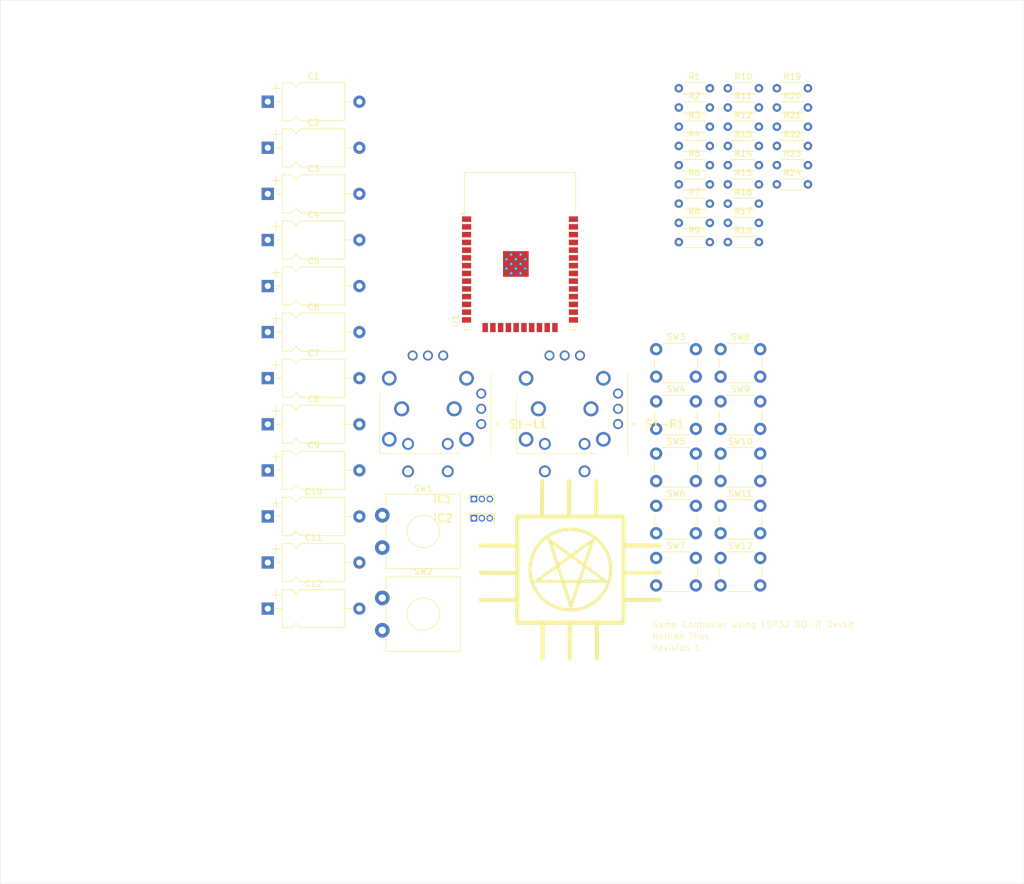
<source format=kicad_pcb>
(kicad_pcb (version 20240108) (generator "pcbnew") (generator_version "8.0")
  (layers (0 "F.Cu" signal) (31 "B.Cu" signal) (34 "B.Paste" user) (35 "F.Paste" user) (36 "B.SilkS" user "B.Silkscreen") (37 "F.SilkS" user "F.Silkscreen") (38 "B.Mask" user) (39 "F.Mask" user) (44 "Edge.Cuts" user))
  (net 0 "")
  (net 1 "GND")
  (net 2 "/BTN_RB")
  (net 3 "/BTN_LB")
  (net 4 "/BTN_DPAD_UP")
  (net 5 "/BTN_DPAD_DOWN")
  (net 6 "/BTN_DPAD_LEFT")
  (net 7 "/BTN_DPAD_RIGHT")
  (net 8 "/BTN_A")
  (net 9 "/BTN_B")
  (net 10 "/BTN_X")
  (net 11 "/BTN_Y")
  (net 12 "/S1_L1_SW")
  (net 13 "/IC_LT")
  (net 14 "+3.3V")
  (net 15 "/IC_RT")
  (net 16 "Net-(R1-Pad2)")
  (net 17 "+3V3")
  (net 18 "Net-(R3-Pad2)")
  (net 19 "Net-(R5-Pad2)")
  (net 20 "Net-(R7-Pad2)")
  (net 21 "Net-(R11-Pad1)")
  (net 22 "Net-(R10-Pad2)")
  (net 23 "Net-(R13-Pad2)")
  (net 24 "Net-(R15-Pad2)")
  (net 25 "Net-(R17-Pad2)")
  (net 26 "Net-(R19-Pad2)")
  (net 27 "Net-(R21-Pad2)")
  (net 28 "Net-(R23-Pad2)")
  (net 29 "/S1_L1_X")
  (net 31 "/S1_L1_Y")
  (net 33 "/S1_R1_X")
  (net 34 "/S1_R1_Y")
  (net 35 "/S1_R1_SW")
  (footprint "Capacitor_THT:CP_Axial_L10.0mm_D6.0mm_P15.00mm_Horizontal" (layer "F.Cu") (at 102.24 80.985)
    (property "Reference" "C7" (at 7.5 -4.12 0) (layer "F.SilkS"))
    (property "Value" "10nF")
    (pad "1" thru_hole rect (at 0 0) (size 2 2) (drill 1) (layers "*.Cu" "*.Mask") (net 8 "/BTN_A"))
    (pad "2" thru_hole oval (at 15 0) (size 2 2) (drill 1) (layers "*.Cu" "*.Mask") (net 1 "GND"))
  )
  (footprint "Capacitor_THT:CP_Axial_L10.0mm_D6.0mm_P15.00mm_Horizontal" (layer "F.Cu") (at 102.24 35.685)
    (property "Reference" "C1" (at 7.5 -4.12 0) (layer "F.SilkS"))
    (property "Value" "10nF")
    (pad "1" thru_hole rect (at 0 0) (size 2 2) (drill 1) (layers "*.Cu" "*.Mask") (net 2 "/BTN_RB"))
    (pad "2" thru_hole oval (at 15 0) (size 2 2) (drill 1) (layers "*.Cu" "*.Mask") (net 1 "GND"))
  )
  (footprint "Resistor_THT:R_Axial_DIN0204_L3.6mm_D1.6mm_P5.08mm_Horizontal" (layer "F.Cu") (at 185.6 36.635)
    (property "Reference" "R20" (at 2.54 -1.92 0) (layer "F.SilkS"))
    (property "Value" "1k")
    (pad "1" thru_hole circle (at 0 0) (size 1.4 1.4) (drill 0.7) (layers "*.Cu" "*.Mask") (net 26 "Net-(R19-Pad2)"))
    (pad "2" thru_hole oval (at 5.08 0) (size 1.4 1.4) (drill 0.7) (layers "*.Cu" "*.Mask") (net 11 "/BTN_Y"))
  )
  (footprint "Button_Switch_THT:SW_PUSH_6mm" (layer "F.Cu") (at 176.38 84.785)
    (property "Reference" "SW9" (at 3.25 -2 0) (layer "F.SilkS"))
    (property "Value" "SW_Push")
    (pad "1" thru_hole circle (at 0 0 90) (size 2 2) (drill 1.1) (layers "*.Cu" "*.Mask") (net 1 "GND"))
    (pad "1" thru_hole circle (at 6.5 0 90) (size 2 2) (drill 1.1) (layers "*.Cu" "*.Mask") (net 1 "GND"))
    (pad "2" thru_hole circle (at 0 4.5 90) (size 2 2) (drill 1.1) (layers "*.Cu" "*.Mask") (net 25 "Net-(R17-Pad2)"))
    (pad "2" thru_hole circle (at 6.5 4.5 90) (size 2 2) (drill 1.1) (layers "*.Cu" "*.Mask") (net 25 "Net-(R17-Pad2)"))
  )
  (footprint "Resistor_THT:R_Axial_DIN0204_L3.6mm_D1.6mm_P5.08mm_Horizontal" (layer "F.Cu") (at 177.57 49.235)
    (property "Reference" "R15" (at 2.54 -1.92 0) (layer "F.SilkS"))
    (property "Value" "1k")
    (pad "1" thru_hole circle (at 0 0) (size 1.4 1.4) (drill 0.7) (layers "*.Cu" "*.Mask") (net 17 "+3V3"))
    (pad "2" thru_hole oval (at 5.08 0) (size 1.4 1.4) (drill 0.7) (layers "*.Cu" "*.Mask") (net 24 "Net-(R15-Pad2)"))
  )
  (footprint "LOGO" (layer "F.Cu") (at 151.765 112.395)
    (property "Reference" "G***" (hide yes))
    (property "Value" "LOGO" (hide yes))
  )
  (footprint "Button_Switch_THT:SW_PUSH_6mm" (layer "F.Cu") (at 176.38 110.435)
    (property "Reference" "SW12" (at 3.25 -2 0) (layer "F.SilkS"))
    (property "Value" "SW_Push")
    (pad "1" thru_hole circle (at 0 0 90) (size 2 2) (drill 1.1) (layers "*.Cu" "*.Mask") (net 1 "GND"))
    (pad "1" thru_hole circle (at 6.5 0 90) (size 2 2) (drill 1.1) (layers "*.Cu" "*.Mask") (net 1 "GND"))
    (pad "2" thru_hole circle (at 0 4.5 90) (size 2 2) (drill 1.1) (layers "*.Cu" "*.Mask") (net 28 "Net-(R23-Pad2)"))
    (pad "2" thru_hole circle (at 6.5 4.5 90) (size 2 2) (drill 1.1) (layers "*.Cu" "*.Mask") (net 28 "Net-(R23-Pad2)"))
  )
  (footprint "Resistor_THT:R_Axial_DIN0204_L3.6mm_D1.6mm_P5.08mm_Horizontal" (layer "F.Cu") (at 169.54 49.235)
    (property "Reference" "R6" (at 2.54 -1.92 0) (layer "F.SilkS"))
    (property "Value" "1k")
    (pad "1" thru_hole circle (at 0 0) (size 1.4 1.4) (drill 0.7) (layers "*.Cu" "*.Mask") (net 19 "Net-(R5-Pad2)"))
    (pad "2" thru_hole oval (at 5.08 0) (size 1.4 1.4) (drill 0.7) (layers "*.Cu" "*.Mask") (net 4 "/BTN_DPAD_UP"))
  )
  (footprint "Capacitor_THT:CP_Axial_L10.0mm_D6.0mm_P15.00mm_Horizontal" (layer "F.Cu") (at 102.24 43.235)
    (property "Reference" "C2" (at 7.5 -4.12 0) (layer "F.SilkS"))
    (property "Value" "10nF")
    (pad "1" thru_hole rect (at 0 0) (size 2 2) (drill 1) (layers "*.Cu" "*.Mask") (net 3 "/BTN_LB"))
    (pad "2" thru_hole oval (at 15 0) (size 2 2) (drill 1) (layers "*.Cu" "*.Mask") (net 1 "GND"))
  )
  (footprint "Capacitor_THT:CP_Axial_L10.0mm_D6.0mm_P15.00mm_Horizontal" (layer "F.Cu") (at 102.24 103.635)
    (property "Reference" "C10" (at 7.5 -4.12 0) (layer "F.SilkS"))
    (property "Value" "10nF")
    (pad "1" thru_hole rect (at 0 0) (size 2 2) (drill 1) (layers "*.Cu" "*.Mask") (net 11 "/BTN_Y"))
    (pad "2" thru_hole oval (at 15 0) (size 2 2) (drill 1) (layers "*.Cu" "*.Mask") (net 1 "GND"))
  )
  (footprint "Resistor_THT:R_Axial_DIN0204_L3.6mm_D1.6mm_P5.08mm_Horizontal" (layer "F.Cu") (at 169.54 42.935)
    (property "Reference" "R4" (at 2.54 -1.92 0) (layer "F.SilkS"))
    (property "Value" "1k")
    (pad "1" thru_hole circle (at 0 0) (size 1.4 1.4) (drill 0.7) (layers "*.Cu" "*.Mask") (net 18 "Net-(R3-Pad2)"))
    (pad "2" thru_hole oval (at 5.08 0) (size 1.4 1.4) (drill 0.7) (layers "*.Cu" "*.Mask") (net 3 "/BTN_LB"))
  )
  (footprint "Capacitor_THT:CP_Axial_L10.0mm_D6.0mm_P15.00mm_Horizontal" (layer "F.Cu") (at 102.24 111.185)
    (property "Reference" "C11" (at 7.5 -4.12 0) (layer "F.SilkS"))
    (property "Value" "10nF")
    (pad "1" thru_hole rect (at 0 0) (size 2 2) (drill 1) (layers "*.Cu" "*.Mask") (net 12 "/S1_L1_SW"))
    (pad "2" thru_hole oval (at 15 0) (size 2 2) (drill 1) (layers "*.Cu" "*.Mask") (net 1 "GND"))
  )
  (footprint "Resistor_THT:R_Axial_DIN0204_L3.6mm_D1.6mm_P5.08mm_Horizontal" (layer "F.Cu") (at 177.57 36.635)
    (property "Reference" "R11" (at 2.54 -1.92 0) (layer "F.SilkS"))
    (property "Value" "1k")
    (pad "1" thru_hole circle (at 0 0) (size 1.4 1.4) (drill 0.7) (layers "*.Cu" "*.Mask") (net 21 "Net-(R11-Pad1)"))
    (pad "2" thru_hole oval (at 5.08 0) (size 1.4 1.4) (drill 0.7) (layers "*.Cu" "*.Mask") (net 6 "/BTN_DPAD_LEFT"))
  )
  (footprint "Resistor_THT:R_Axial_DIN0204_L3.6mm_D1.6mm_P5.08mm_Horizontal" (layer "F.Cu") (at 169.54 36.635)
    (property "Reference" "R2" (at 2.54 -1.92 0) (layer "F.SilkS"))
    (property "Value" "1k")
    (pad "1" thru_hole circle (at 0 0) (size 1.4 1.4) (drill 0.7) (layers "*.Cu" "*.Mask") (net 16 "Net-(R1-Pad2)"))
    (pad "2" thru_hole oval (at 5.08 0) (size 1.4 1.4) (drill 0.7) (layers "*.Cu" "*.Mask") (net 2 "/BTN_RB"))
  )
  (footprint "Capacitor_THT:CP_Axial_L10.0mm_D6.0mm_P15.00mm_Horizontal" (layer "F.Cu") (at 102.24 88.535)
    (property "Reference" "C8" (at 7.5 -4.12 0) (layer "F.SilkS"))
    (property "Value" "10nF")
    (pad "1" thru_hole rect (at 0 0) (size 2 2) (drill 1) (layers "*.Cu" "*.Mask") (net 9 "/BTN_B"))
    (pad "2" thru_hole oval (at 15 0) (size 2 2) (drill 1) (layers "*.Cu" "*.Mask") (net 1 "GND"))
  )
  (footprint "Button_Switch_THT:SW_PUSH_6mm" (layer "F.Cu") (at 176.38 101.885)
    (property "Reference" "SW11" (at 3.25 -2 0) (layer "F.SilkS"))
    (property "Value" "SW_Push")
    (pad "1" thru_hole circle (at 0 0 90) (size 2 2) (drill 1.1) (layers "*.Cu" "*.Mask") (net 1 "GND"))
    (pad "1" thru_hole circle (at 6.5 0 90) (size 2 2) (drill 1.1) (layers "*.Cu" "*.Mask") (net 1 "GND"))
    (pad "2" thru_hole circle (at 0 4.5 90) (size 2 2) (drill 1.1) (layers "*.Cu" "*.Mask") (net 27 "Net-(R21-Pad2)"))
    (pad "2" thru_hole circle (at 6.5 4.5 90) (size 2 2) (drill 1.1) (layers "*.Cu" "*.Mask") (net 27 "Net-(R21-Pad2)"))
  )
  (footprint "Button_Switch_THT:SW_PUSH_6mm" (layer "F.Cu") (at 165.83 93.335)
    (property "Reference" "SW5" (at 3.25 -2 0) (layer "F.SilkS"))
    (property "Value" "SW_Push")
    (pad "1" thru_hole circle (at 0 0 90) (size 2 2) (drill 1.1) (layers "*.Cu" "*.Mask") (net 1 "GND"))
    (pad "1" thru_hole circle (at 6.5 0 90) (size 2 2) (drill 1.1) (layers "*.Cu" "*.Mask") (net 1 "GND"))
    (pad "2" thru_hole circle (at 0 4.5 90) (size 2 2) (drill 1.1) (layers "*.Cu" "*.Mask") (net 21 "Net-(R11-Pad1)"))
    (pad "2" thru_hole circle (at 6.5 4.5 90) (size 2 2) (drill 1.1) (layers "*.Cu" "*.Mask") (net 21 "Net-(R11-Pad1)"))
  )
  (footprint "Button_Switch_THT:SW_PUSH_6mm" (layer "F.Cu") (at 165.83 101.885)
    (property "Reference" "SW6" (at 3.25 -2 0) (layer "F.SilkS"))
    (property "Value" "SW_Push")
    (pad "1" thru_hole circle (at 0 0 90) (size 2 2) (drill 1.1) (layers "*.Cu" "*.Mask") (net 1 "GND"))
    (pad "1" thru_hole circle (at 6.5 0 90) (size 2 2) (drill 1.1) (layers "*.Cu" "*.Mask") (net 1 "GND"))
    (pad "2" thru_hole circle (at 0 4.5 90) (size 2 2) (drill 1.1) (layers "*.Cu" "*.Mask") (net 22 "Net-(R10-Pad2)"))
    (pad "2" thru_hole circle (at 6.5 4.5 90) (size 2 2) (drill 1.1) (layers "*.Cu" "*.Mask") (net 22 "Net-(R10-Pad2)"))
  )
  (footprint "RKJXV122400R:RKJXV122400R" (layer "F.Cu") (at 159.591 88.5)
    (property "Reference" "S1-R1" (at 7.62 0 0) (layer "F.SilkS") (effects (font (size 1.27 1.27) (thickness 0.254))))
    (property "Value" "RKJXV122400R" (hide yes))
    (pad "A1" thru_hole circle (at -11.98 3.25) (size 1.95 1.95) (drill 1.3) (layers "*.Cu" "*.Mask") (net 35 "/S1_R1_SW"))
    (pad "A11" thru_hole circle (at 0 0) (size 1.65 1.65) (drill 1.1) (layers "*.Cu" "*.Mask") (net 17 "+3V3"))
    (pad "A12" thru_hole circle (at 0 -2.5) (size 1.65 1.65) (drill 1.1) (layers "*.Cu" "*.Mask") (net 34 "/S1_R1_Y"))
    (pad "A13" thru_hole circle (at 0 -5) (size 1.65 1.65) (drill 1.1) (layers "*.Cu" "*.Mask") (net 1 "GND"))
    (pad "B1" thru_hole circle (at -11.98 7.75) (size 1.95 1.95) (drill 1.3) (layers "*.Cu" "*.Mask"))
    (pad "B11" thru_hole circle (at -6.23 -11.23) (size 1.65 1.65) (drill 1.1) (layers "*.Cu" "*.Mask") (net 17 "+3V3"))
    (pad "B12" thru_hole circle (at -8.73 -11.23) (size 1.65 1.65) (drill 1.1) (layers "*.Cu" "*.Mask") (net 33 "/S1_R1_X"))
    (pad "B13" thru_hole circle (at -11.23 -11.23) (size 1.65 1.65) (drill 1.1) (layers "*.Cu" "*.Mask") (net 1 "GND"))
    (pad "C1" thru_hole circle (at -5.48 3.25) (size 1.95 1.95) (drill 1.3) (layers "*.Cu" "*.Mask"))
    (pad "D1" thru_hole circle (at -5.48 7.75) (size 1.95 1.95) (drill 1.3) (layers "*.Cu" "*.Mask") (net 14 "+3.3V"))
    (pad "MH1" thru_hole circle (at -15.055 2.5) (size 2.4 2.4) (drill 1.6) (layers "*.Cu" "*.Mask") (net 1 "GND"))
    (pad "MH2" thru_hole circle (at -15.055 -7.5) (size 2.4 2.4) (drill 1.6) (layers "*.Cu" "*.Mask") (net 1 "GND"))
    (pad "MH3" thru_hole circle (at -2.405 2.5) (size 2.4 2.4) (drill 1.6) (layers "*.Cu" "*.Mask") (net 1 "GND"))
    (pad "MH4" thru_hole circle (at -2.405 -7.5) (size 2.4 2.4) (drill 1.6) (layers "*.Cu" "*.Mask") (net 1 "GND"))
    (pad "MH5" thru_hole circle (at -13.03 -2.5) (size 2.475 2.475) (drill 1.65) (layers "*.Cu" "*.Mask") (net 1 "GND"))
    (pad "MH6" thru_hole circle (at -4.43 -2.5) (size 2.475 2.475) (drill 1.65) (layers "*.Cu" "*.Mask") (net 1 "GND"))
  )
  (footprint "Button_Switch_THT:SW_PUSH_6mm" (layer "F.Cu") (at 165.83 84.785)
    (property "Reference" "SW4" (at 3.25 -2 0) (layer "F.SilkS"))
    (property "Value" "SW_Push")
    (pad "1" thru_hole circle (at 0 0 90) (size 2 2) (drill 1.1) (layers "*.Cu" "*.Mask") (net 1 "GND"))
    (pad "1" thru_hole circle (at 6.5 0 90) (size 2 2) (drill 1.1) (layers "*.Cu" "*.Mask") (net 1 "GND"))
    (pad "2" thru_hole circle (at 0 4.5 90) (size 2 2) (drill 1.1) (layers "*.Cu" "*.Mask") (net 20 "Net-(R7-Pad2)"))
    (pad "2" thru_hole circle (at 6.5 4.5 90) (size 2 2) (drill 1.1) (layers "*.Cu" "*.Mask") (net 20 "Net-(R7-Pad2)"))
  )
  (footprint "Resistor_THT:R_Axial_DIN0204_L3.6mm_D1.6mm_P5.08mm_Horizontal" (layer "F.Cu") (at 169.54 46.085)
    (property "Reference" "R5" (at 2.54 -1.92 0) (layer "F.SilkS"))
    (property "Value" "1k")
    (pad "1" thru_hole circle (at 0 0) (size 1.4 1.4) (drill 0.7) (layers "*.Cu" "*.Mask") (net 17 "+3V3"))
    (pad "2" thru_hole oval (at 5.08 0) (size 1.4 1.4) (drill 0.7) (layers "*.Cu" "*.Mask") (net 19 "Net-(R5-Pad2)"))
  )
  (footprint "Resistor_THT:R_Axial_DIN0204_L3.6mm_D1.6mm_P5.08mm_Horizontal" (layer "F.Cu") (at 177.57 55.535)
    (property "Reference" "R17" (at 2.54 -1.92 0) (layer "F.SilkS"))
    (property "Value" "1k")
    (pad "1" thru_hole circle (at 0 0) (size 1.4 1.4) (drill 0.7) (layers "*.Cu" "*.Mask") (net 17 "+3V3"))
    (pad "2" thru_hole oval (at 5.08 0) (size 1.4 1.4) (drill 0.7) (layers "*.Cu" "*.Mask") (net 25 "Net-(R17-Pad2)"))
  )
  (footprint "Resistor_THT:R_Axial_DIN0204_L3.6mm_D1.6mm_P5.08mm_Horizontal" (layer "F.Cu") (at 169.54 52.385)
    (property "Reference" "R7" (at 2.54 -1.92 0) (layer "F.SilkS"))
    (property "Value" "1k")
    (pad "1" thru_hole circle (at 0 0) (size 1.4 1.4) (drill 0.7) (layers "*.Cu" "*.Mask") (net 17 "+3V3"))
    (pad "2" thru_hole oval (at 5.08 0) (size 1.4 1.4) (drill 0.7) (layers "*.Cu" "*.Mask") (net 20 "Net-(R7-Pad2)"))
  )
  (footprint "Resistor_THT:R_Axial_DIN0204_L3.6mm_D1.6mm_P5.08mm_Horizontal" (layer "F.Cu") (at 177.57 46.085)
    (property "Reference" "R14" (at 2.54 -1.92 0) (layer "F.SilkS"))
    (property "Value" "1k")
    (pad "1" thru_hole circle (at 0 0) (size 1.4 1.4) (drill 0.7) (layers "*.Cu" "*.Mask") (net 23 "Net-(R13-Pad2)"))
    (pad "2" thru_hole oval (at 5.08 0) (size 1.4 1.4) (drill 0.7) (layers "*.Cu" "*.Mask") (net 8 "/BTN_A"))
  )
  (footprint "Button_Switch_THT:SW_PUSH_6mm" (layer "F.Cu") (at 176.38 93.335)
    (property "Reference" "SW10" (at 3.25 -2 0) (layer "F.SilkS"))
    (property "Value" "SW_Push")
    (pad "1" thru_hole circle (at 0 0 90) (size 2 2) (drill 1.1) (layers "*.Cu" "*.Mask") (net 1 "GND"))
    (pad "1" thru_hole circle (at 6.5 0 90) (size 2 2) (drill 1.1) (layers "*.Cu" "*.Mask") (net 1 "GND"))
    (pad "2" thru_hole circle (at 0 4.5 90) (size 2 2) (drill 1.1) (layers "*.Cu" "*.Mask") (net 26 "Net-(R19-Pad2)"))
    (pad "2" thru_hole circle (at 6.5 4.5 90) (size 2 2) (drill 1.1) (layers "*.Cu" "*.Mask") (net 26 "Net-(R19-Pad2)"))
  )
  (footprint "Resistor_THT:R_Axial_DIN0204_L3.6mm_D1.6mm_P5.08mm_Horizontal" (layer "F.Cu") (at 177.57 42.935)
    (property "Reference" "R13" (at 2.54 -1.92 0) (layer "F.SilkS"))
    (property "Value" "1k")
    (pad "1" thru_hole circle (at 0 0) (size 1.4 1.4) (drill 0.7) (layers "*.Cu" "*.Mask") (net 17 "+3V3"))
    (pad "2" thru_hole oval (at 5.08 0) (size 1.4 1.4) (drill 0.7) (layers "*.Cu" "*.Mask") (net 23 "Net-(R13-Pad2)"))
  )
  (footprint "Resistor_THT:R_Axial_DIN0204_L3.6mm_D1.6mm_P5.08mm_Horizontal" (layer "F.Cu") (at 185.6 46.085)
    (property "Reference" "R23" (at 2.54 -1.92 0) (layer "F.SilkS"))
    (property "Value" "1k")
    (pad "1" thru_hole circle (at 0 0) (size 1.4 1.4) (drill 0.7) (layers "*.Cu" "*.Mask") (net 17 "+3V3"))
    (pad "2" thru_hole oval (at 5.08 0) (size 1.4 1.4) (drill 0.7) (layers "*.Cu" "*.Mask") (net 28 "Net-(R23-Pad2)"))
  )
  (footprint "Capacitor_THT:CP_Axial_L10.0mm_D6.0mm_P15.00mm_Horizontal" (layer "F.Cu") (at 102.24 96.085)
    (property "Reference" "C9" (at 7.5 -4.12 0) (layer "F.SilkS"))
    (property "Value" "10nF")
    (pad "1" thru_hole rect (at 0 0) (size 2 2) (drill 1) (layers "*.Cu" "*.Mask") (net 10 "/BTN_X"))
    (pad "2" thru_hole oval (at 15 0) (size 2 2) (drill 1) (layers "*.Cu" "*.Mask") (net 1 "GND"))
  )
  (footprint "Capacitor_THT:CP_Axial_L10.0mm_D6.0mm_P15.00mm_Horizontal" (layer "F.Cu") (at 102.24 50.785)
    (property "Reference" "C3" (at 7.5 -4.12 0) (layer "F.SilkS"))
    (property "Value" "10nF")
    (pad "1" thru_hole rect (at 0 0) (size 2 2) (drill 1) (layers "*.Cu" "*.Mask") (net 4 "/BTN_DPAD_UP"))
    (pad "2" thru_hole oval (at 15 0) (size 2 2) (drill 1) (layers "*.Cu" "*.Mask") (net 1 "GND"))
  )
  (footprint "Resistor_THT:R_Axial_DIN0204_L3.6mm_D1.6mm_P5.08mm_Horizontal" (layer "F.Cu") (at 185.6 33.485)
    (property "Reference" "R19" (at 2.54 -1.92 0) (layer "F.SilkS"))
    (property "Value" "1k")
    (pad "1" thru_hole circle (at 0 0) (size 1.4 1.4) (drill 0.7) (layers "*.Cu" "*.Mask") (net 17 "+3V3"))
    (pad "2" thru_hole oval (at 5.08 0) (size 1.4 1.4) (drill 0.7) (layers "*.Cu" "*.Mask") (net 26 "Net-(R19-Pad2)"))
  )
  (footprint "Capacitor_THT:CP_Axial_L10.0mm_D6.0mm_P15.00mm_Horizontal" (layer "F.Cu") (at 102.24 118.735)
    (property "Reference" "C12" (at 7.5 -4.12 0) (layer "F.SilkS"))
    (property "Value" "10nF")
    (pad "1" thru_hole rect (at 0 0) (size 2 2) (drill 1) (layers "*.Cu" "*.Mask") (net 11 "/BTN_Y"))
    (pad "2" thru_hole oval (at 15 0) (size 2 2) (drill 1) (layers "*.Cu" "*.Mask") (net 1 "GND"))
  )
  (footprint "Resistor_THT:R_Axial_DIN0204_L3.6mm_D1.6mm_P5.08mm_Horizontal" (layer "F.Cu") (at 177.57 33.485)
    (property "Reference" "R10" (at 2.54 -1.92 0) (layer "F.SilkS"))
    (property "Value" "1k")
    (pad "1" thru_hole circle (at 0 0) (size 1.4 1.4) (drill 0.7) (layers "*.Cu" "*.Mask") (net 17 "+3V3"))
    (pad "2" thru_hole oval (at 5.08 0) (size 1.4 1.4) (drill 0.7) (layers "*.Cu" "*.Mask") (net 22 "Net-(R10-Pad2)"))
  )
  (footprint "Button_Switch_THT:SW_PUSH_6mm" (layer "F.Cu") (at 165.83 76.235)
    (property "Reference" "SW3" (at 3.25 -2 0) (layer "F.SilkS"))
    (property "Value" "SW_Push")
    (pad "1" thru_hole circle (at 0 0 90) (size 2 2) (drill 1.1) (layers "*.Cu" "*.Mask") (net 1 "GND"))
    (pad "1" thru_hole circle (at 6.5 0 90) (size 2 2) (drill 1.1) (layers "*.Cu" "*.Mask") (net 1 "GND"))
    (pad "2" thru_hole circle (at 0 4.5 90) (size 2 2) (drill 1.1) (layers "*.Cu" "*.Mask") (net 19 "Net-(R5-Pad2)"))
    (pad "2" thru_hole circle (at 6.5 4.5 90) (size 2 2) (drill 1.1) (layers "*.Cu" "*.Mask") (net 19 "Net-(R5-Pad2)"))
  )
  (footprint "Button_Switch_THT:SW_PUSH_6mm" (layer "F.Cu") (at 165.83 110.435)
    (property "Reference" "SW7" (at 3.25 -2 0) (layer "F.SilkS"))
    (property "Value" "SW_Push")
    (pad "1" thru_hole circle (at 0 0 90) (size 2 2) (drill 1.1) (layers "*.Cu" "*.Mask") (net 1 "GND"))
    (pad "1" thru_hole circle (at 6.5 0 90) (size 2 2) (drill 1.1) (layers "*.Cu" "*.Mask") (net 1 "GND"))
    (pad "2" thru_hole circle (at 0 4.5 90) (size 2 2) (drill 1.1) (layers "*.Cu" "*.Mask") (net 23 "Net-(R13-Pad2)"))
    (pad "2" thru_hole circle (at 6.5 4.5 90) (size 2 2) (drill 1.1) (layers "*.Cu" "*.Mask") (net 23 "Net-(R13-Pad2)"))
  )
  (footprint "SS49E:SS49E" (layer "F.Cu") (at 135.99 100.775)
    (property "Reference" "IC1" (at -5.08 0 0) (layer "F.SilkS") (effects (font (size 1.27 1.27) (thickness 0.254))))
    (property "Value" "SS49E" (hide yes))
    (pad "1" thru_hole rect (at 0 0) (size 1.08 1.08) (drill 0.68) (layers "*.Cu" "*.Mask") (net 14 "+3.3V"))
    (pad "2" thru_hole circle (at 1.3 0) (size 1.08 1.08) (drill 0.68) (layers "*.Cu" "*.Mask") (net 1 "GND"))
    (pad "3" thru_hole circle (at 2.6 0) (size 1.08 1.08) (drill 0.68) (layers "*.Cu" "*.Mask") (net 13 "/IC_LT"))
  )
  (footprint "Resistor_THT:R_Axial_DIN0204_L3.6mm_D1.6mm_P5.08mm_Horizontal" (layer "F.Cu") (at 185.6 42.935)
    (property "Reference" "R22" (at 2.54 -1.92 0) (layer "F.SilkS"))
    (property "Value" "1k")
    (pad "1" thru_hole circle (at 0 0) (size 1.4 1.4) (drill 0.7) (layers "*.Cu" "*.Mask") (net 27 "Net-(R21-Pad2)"))
    (pad "2" thru_hole oval (at 5.08 0) (size 1.4 1.4) (drill 0.7) (layers "*.Cu" "*.Mask") (net 12 "/S1_L1_SW"))
  )
  (footprint "Button_Switch_THT:SW_PUSH_6mm" (layer "F.Cu") (at 176.38 76.235)
    (property "Reference" "SW8" (at 3.25 -2 0) (layer "F.SilkS"))
    (property "Value" "SW_Push")
    (pad "1" thru_hole circle (at 0 0 90) (size 2 2) (drill 1.1) (layers "*.Cu" "*.Mask") (net 1 "GND"))
    (pad "1" thru_hole circle (at 6.5 0 90) (size 2 2) (drill 1.1) (layers "*.Cu" "*.Mask") (net 1 "GND"))
    (pad "2" thru_hole circle (at 0 4.5 90) (size 2 2) (drill 1.1) (layers "*.Cu" "*.Mask") (net 24 "Net-(R15-Pad2)"))
    (pad "2" thru_hole circle (at 6.5 4.5 90) (size 2 2) (drill 1.1) (layers "*.Cu" "*.Mask") (net 24 "Net-(R15-Pad2)"))
  )
  (footprint "Capacitor_THT:CP_Axial_L10.0mm_D6.0mm_P15.00mm_Horizontal" (layer "F.Cu") (at 102.24 73.435)
    (property "Reference" "C6" (at 7.5 -4.12 0) (layer "F.SilkS"))
    (property "Value" "10nF")
    (pad "1" thru_hole rect (at 0 0) (size 2 2) (drill 1) (layers "*.Cu" "*.Mask") (net 7 "/BTN_DPAD_RIGHT"))
    (pad "2" thru_hole oval (at 15 0) (size 2 2) (drill 1) (layers "*.Cu" "*.Mask") (net 1 "GND"))
  )
  (footprint "Capacitor_THT:CP_Axial_L10.0mm_D6.0mm_P15.00mm_Horizontal" (layer "F.Cu") (at 102.24 65.885)
    (property "Reference" "C5" (at 7.5 -4.12 0) (layer "F.SilkS"))
    (property "Value" "10nF")
    (pad "1" thru_hole rect (at 0 0) (size 2 2) (drill 1) (layers "*.Cu" "*.Mask") (net 6 "/BTN_DPAD_LEFT"))
    (pad "2" thru_hole oval (at 15 0) (size 2 2) (drill 1) (layers "*.Cu" "*.Mask") (net 1 "GND"))
  )
  (footprint "RKJXV122400R:RKJXV122400R" (layer "F.Cu") (at 137.192 88.5)
    (property "Reference" "S1-L1" (at 7.62 0 0) (layer "F.SilkS") (effects (font (size 1.27 1.27) (thickness 0.254))))
    (property "Value" "RKJXV122400R" (hide yes))
    (pad "A1" thru_hole circle (at -11.98 3.25) (size 1.95 1.95) (drill 1.3) (layers "*.Cu" "*.Mask") (net 12 "/S1_L1_SW"))
    (pad "A11" thru_hole circle (at 0 0) (size 1.65 1.65) (drill 1.1) (layers "*.Cu" "*.Mask") (net 17 "+3V3"))
    (pad "A12" thru_hole circle (at 0 -2.5) (size 1.65 1.65) (drill 1.1) (layers "*.Cu" "*.Mask") (net 31 "/S1_L1_Y"))
    (pad "A13" thru_hole circle (at 0 -5) (size 1.65 1.65) (drill 1.1) (layers "*.Cu" "*.Mask") (net 1 "GND"))
    (pad "B1" thru_hole circle (at -11.98 7.75) (size 1.95 1.95) (drill 1.3) (layers "*.Cu" "*.Mask"))
    (pad "B11" thru_hole circle (at -6.23 -11.23) (size 1.65 1.65) (drill 1.1) (layers "*.Cu" "*.Mask") (net 17 "+3V3"))
    (pad "B12" thru_hole circle (at -8.73 -11.23) (size 1.65 1.65) (drill 1.1) (layers "*.Cu" "*.Mask") (net 29 "/S1_L1_X"))
    (pad "B13" thru_hole circle (at -11.23 -11.23) (size 1.65 1.65) (drill 1.1) (layers "*.Cu" "*.Mask") (net 1 "GND"))
    (pad "C1" thru_hole circle (at -5.48 3.25) (size 1.95 1.95) (drill 1.3) (layers "*.Cu" "*.Mask"))
    (pad "D1" thru_hole circle (at -5.48 7.75) (size 1.95 1.95) (drill 1.3) (layers "*.Cu" "*.Mask") (net 14 "+3.3V"))
    (pad "MH1" thru_hole circle (at -15.055 2.5) (size 2.4 2.4) (drill 1.6) (layers "*.Cu" "*.Mask") (net 1 "GND"))
    (pad "MH2" thru_hole circle (at -15.055 -7.5) (size 2.4 2.4) (drill 1.6) (layers "*.Cu" "*.Mask") (net 1 "GND"))
    (pad "MH3" thru_hole circle (at -2.405 2.5) (size 2.4 2.4) (drill 1.6) (layers "*.Cu" "*.Mask") (net 1 "GND"))
    (pad "MH4" thru_hole circle (at -2.405 -7.5) (size 2.4 2.4) (drill 1.6) (layers "*.Cu" "*.Mask") (net 1 "GND"))
    (pad "MH5" thru_hole circle (at -13.03 -2.5) (size 2.475 2.475) (drill 1.65) (layers "*.Cu" "*.Mask") (net 1 "GND"))
    (pad "MH6" thru_hole circle (at -4.43 -2.5) (size 2.475 2.475) (drill 1.65) (layers "*.Cu" "*.Mask") (net 1 "GND"))
  )
  (footprint "Resistor_THT:R_Axial_DIN0204_L3.6mm_D1.6mm_P5.08mm_Horizontal" (layer "F.Cu") (at 169.54 58.685)
    (property "Reference" "R9" (at 2.54 -1.92 0) (layer "F.SilkS"))
    (property "Value" "1k")
    (pad "1" thru_hole circle (at 0 0) (size 1.4 1.4) (drill 0.7) (layers "*.Cu" "*.Mask") (net 17 "+3V3"))
    (pad "2" thru_hole oval (at 5.08 0) (size 1.4 1.4) (drill 0.7) (layers "*.Cu" "*.Mask") (net 21 "Net-(R11-Pad1)"))
  )
  (footprint "Resistor_THT:R_Axial_DIN0204_L3.6mm_D1.6mm_P5.08mm_Horizontal" (layer "F.Cu") (at 177.57 52.385)
    (property "Reference" "R16" (at 2.54 -1.92 0) (layer "F.SilkS"))
    (property "Value" "1k")
    (pad "1" thru_hole circle (at 0 0) (size 1.4 1.4) (drill 0.7) (layers "*.Cu" "*.Mask") (net 24 "Net-(R15-Pad2)"))
    (pad "2" thru_hole oval (at 5.08 0) (size 1.4 1.4) (drill 0.7) (layers "*.Cu" "*.Mask") (net 9 "/BTN_B"))
  )
  (footprint "Resistor_THT:R_Axial_DIN0204_L3.6mm_D1.6mm_P5.08mm_Horizontal" (layer "F.Cu") (at 169.54 55.535)
    (property "Reference" "R8" (at 2.54 -1.92 0) (layer "F.SilkS"))
    (property "Value" "1k")
    (pad "1" thru_hole circle (at 0 0) (size 1.4 1.4) (drill 0.7) (layers "*.Cu" "*.Mask") (net 20 "Net-(R7-Pad2)"))
    (pad "2" thru_hole oval (at 5.08 0) (size 1.4 1.4) (drill 0.7) (layers "*.Cu" "*.Mask") (net 5 "/BTN_DPAD_DOWN"))
  )
  (footprint "RF_Module:ESP32-WROOM-32" (layer "F.Cu") (at 143.54 63.175)
    (property "Reference" "U1" (at -10.61 8.43 90) (layer "F.SilkS"))
    (property "Value" "ESP32-WROOM-32")
    (pad "1" smd rect (at -8.75 -8.25) (size 1.5 0.9) (layers "F.Cu" "F.Paste" "F.Mask") (net 1 "GND"))
    (pad "2" smd rect (at -8.75 -6.98) (size 1.5 0.9) (layers "F.Cu" "F.Paste" "F.Mask") (net 17 "+3V3"))
    (pad "3" smd rect (at -8.75 -5.71) (size 1.5 0.9) (layers "F.Cu" "F.Paste" "F.Mask"))
    (pad "4" smd rect (at -8.75 -4.44) (size 1.5 0.9) (layers "F.Cu" "F.Paste" "F.Mask"))
    (pad "5" smd rect (at -8.75 -3.17) (size 1.5 0.9) (layers "F.Cu" "F.Paste" "F.Mask"))
    (pad "6" smd rect (at -8.75 -1.9) (size 1.5 0.9) (layers "F.Cu" "F.Paste" "F.Mask") (net 33 "/S1_R1_X"))
    (pad "7" smd rect (at -8.75 -0.63) (size 1.5 0.9) (layers "F.Cu" "F.Paste" "F.Mask") (net 34 "/S1_R1_Y"))
    (pad "8" smd rect (at -8.75 0.64) (size 1.5 0.9) (layers "F.Cu" "F.Paste" "F.Mask") (net 29 "/S1_L1_X"))
    (pad "9" smd rect (at -8.75 1.91) (size 1.5 0.9) (layers "F.Cu" "F.Paste" "F.Mask") (net 31 "/S1_L1_Y"))
    (pad "10" smd rect (at -8.75 3.18) (size 1.5 0.9) (layers "F.Cu" "F.Paste" "F.Mask") (net 7 "/BTN_DPAD_RIGHT"))
    (pad "11" smd rect (at -8.75 4.45) (size 1.5 0.9) (layers "F.Cu" "F.Paste" "F.Mask") (net 12 "/S1_L1_SW"))
    (pad "12" smd rect (at -8.75 5.72) (size 1.5 0.9) (layers "F.Cu" "F.Paste" "F.Mask") (net 35 "/S1_R1_SW"))
    (pad "13" smd rect (at -8.75 6.99) (size 1.5 0.9) (layers "F.Cu" "F.Paste" "F.Mask"))
    (pad "14" smd rect (at -8.75 8.26) (size 1.5 0.9) (layers "F.Cu" "F.Paste" "F.Mask") (net 15 "/IC_RT"))
    (pad "15" smd rect (at -5.71 9.51 90) (size 1.5 0.9) (layers "F.Cu" "F.Paste" "F.Mask") (net 1 "GND"))
    (pad "16" smd rect (at -4.44 9.51 90) (size 1.5 0.9) (layers "F.Cu" "F.Paste" "F.Mask") (net 13 "/IC_LT"))
    (pad "17" smd rect (at -3.17 9.51 90) (size 1.5 0.9) (layers "F.Cu" "F.Paste" "F.Mask"))
    (pad "18" smd rect (at -1.9 9.51 90) (size 1.5 0.9) (layers "F.Cu" "F.Paste" "F.Mask"))
    (pad "19" smd rect (at -0.63 9.51 90) (size 1.5 0.9) (layers "F.Cu" "F.Paste" "F.Mask"))
    (pad "20" smd rect (at 0.64 9.51 90) (size 1.5 0.9) (layers "F.Cu" "F.Paste" "F.Mask"))
    (pad "21" smd rect (at 1.91 9.51 90) (size 1.5 0.9) (layers "F.Cu" "F.Paste" "F.Mask"))
    (pad "22" smd rect (at 3.18 9.51 90) (size 1.5 0.9) (layers "F.Cu" "F.Paste" "F.Mask"))
    (pad "23" smd rect (at 4.45 9.51 90) (size 1.5 0.9) (layers "F.Cu" "F.Paste" "F.Mask"))
    (pad "24" smd rect (at 5.72 9.51 90) (size 1.5 0.9) (layers "F.Cu" "F.Paste" "F.Mask"))
    (pad "25" smd rect (at 8.75 8.26) (size 1.5 0.9) (layers "F.Cu" "F.Paste" "F.Mask"))
    (pad "26" smd rect (at 8.75 6.99) (size 1.5 0.9) (layers "F.Cu" "F.Paste" "F.Mask"))
    (pad "27" smd rect (at 8.75 5.72) (size 1.5 0.9) (layers "F.Cu" "F.Paste" "F.Mask") (net 10 "/BTN_X"))
    (pad "28" smd rect (at 8.75 4.45) (size 1.5 0.9) (layers "F.Cu" "F.Paste" "F.Mask") (net 11 "/BTN_Y"))
    (pad "29" smd rect (at 8.75 3.18) (size 1.5 0.9) (layers "F.Cu" "F.Paste" "F.Mask"))
    (pad "30" smd rect (at 8.75 1.91) (size 1.5 0.9) (layers "F.Cu" "F.Paste" "F.Mask") (net 8 "/BTN_A"))
    (pad "31" smd rect (at 8.75 0.64) (size 1.5 0.9) (layers "F.Cu" "F.Paste" "F.Mask") (net 9 "/BTN_B"))
    (pad "32" smd rect (at 8.75 -0.63) (size 1.5 0.9) (layers "F.Cu" "F.Paste" "F.Mask"))
    (pad "33" smd rect (at 8.75 -1.9) (size 1.5 0.9) (layers "F.Cu" "F.Paste" "F.Mask") (net 6 "/BTN_DPAD_LEFT"))
    (pad "34" smd rect (at 8.75 -3.17) (size 1.5 0.9) (layers "F.Cu" "F.Paste" "F.Mask"))
    (pad "35" smd rect (at 8.75 -4.44) (size 1.5 0.9) (layers "F.Cu" "F.Paste" "F.Mask"))
    (pad "36" smd rect (at 8.75 -5.71) (size 1.5 0.9) (layers "F.Cu" "F.Paste" "F.Mask") (net 5 "/BTN_DPAD_DOWN"))
    (pad "37" smd rect (at 8.75 -6.98) (size 1.5 0.9) (layers "F.Cu" "F.Paste" "F.Mask") (net 4 "/BTN_DPAD_UP"))
    (pad "38" smd rect (at 8.75 -8.25) (size 1.5 0.9) (layers "F.Cu" "F.Paste" "F.Mask") (net 1 "GND"))
    (pad "39" smd rect (at -2.205 -2.435) (size 1.05 1.05) (layers "F.Cu" "F.Paste") (net 1 "GND"))
    (pad "39" thru_hole circle (at -2.205 -1.6725) (size 0.6 0.6) (drill 0.2) (property pad_prop_heatsink) (layers "*.Cu" "F.Mask") (net 1 "GND"))
    (pad "39" smd rect (at -2.205 -0.91) (size 1.05 1.05) (layers "F.Cu" "F.Paste") (net 1 "GND"))
    (pad "39" thru_hole circle (at -2.205 -0.1475) (size 0.6 0.6) (drill 0.2) (property pad_prop_heatsink) (layers "*.Cu" "F.Mask") (net 1 "GND"))
    (pad "39" smd rect (at -2.205 0.615) (size 1.05 1.05) (layers "F.Cu" "F.Paste") (net 1 "GND"))
    (pad "39" thru_hole circle (at -1.4425 -2.435) (size 0.6 0.6) (drill 0.2) (property pad_prop_heatsink) (layers "*.Cu" "F.Mask") (net 1 "GND"))
    (pad "39" thru_hole circle (at -1.4425 -0.91) (size 0.6 0.6) (drill 0.2) (property pad_prop_heatsink) (layers "*.Cu" "F.Mask") (net 1 "GND"))
    (pad "39" thru_hole circle (at -1.4425 0.615) (size 0.6 0.6) (drill 0.2) (property pad_prop_heatsink) (layers "*.Cu" "F.Mask") (net 1 "GND"))
    (pad "39" smd rect (at -0.68 -2.435) (size 1.05 1.05) (layers "F.Cu" "F.Paste") (net 1 "GND"))
    (pad "39" thru_hole circle (at -0.68 -1.6725) (size 0.6 0.6) (drill 0.2) (property pad_prop_heatsink) (layers "*.Cu" "F.Mask") (net 1 "GND"))
    (pad "39" smd rect (at -0.68 -0.91) (size 1.05 1.05) (layers "F.Cu" "F.Paste") (net 1 "GND"))
    (pad "39" smd rect (at -0.68 -0.91) (size 4.2 4.2) (layers "F.Cu" "F.Mask") (net 1 "GND"))
    (pad "39" thru_hole circle (at -0.68 -0.1475) (size 0.6 0.6) (drill 0.2) (property pad_prop_heatsink) (layers "*.Cu" "F.Mask") (net 1 "GND"))
    (pad "39" smd rect (at -0.68 0.615) (size 1.05 1.05) (layers "F.Cu" "F.Paste") (net 1 "GND"))
    (pad "39" thru_hole circle (at 0.0825 -2.435) (size 0.6 0.6) (drill 0.2) (property pad_prop_heatsink) (layers "*.Cu" "F.Mask") (net 1 "GND"))
    (pad "39" thru_hole circle (at 0.0825 -0.91) (size 0.6 0.6) (drill 0.2) (property pad_prop_heatsink) (layers "*.Cu" "F.Mask") (net 1 "GND"))
    (pad "39" thru_hole circle (at 0.0825 0.615) (size 0.6 0.6) (drill 0.2) (property pad_prop_heatsink) (layers "*.Cu" "F.Mask") (net 1 "GND"))
    (pad "39" smd rect (at 0.845 -2.435) (size 1.05 1.05) (layers "F.Cu" "F.Paste") (net 1 "GND"))
    (pad "39" thru_hole circle (at 0.845 -1.6725) (size 0.6 0.6) (drill 0.2) (property pad_prop_heatsink) (layers "*.Cu" "F.Mask") (net 1 "GND"))
    (pad "39" smd rect (at 0.845 -0.91) (size 1.05 1.05) (layers "F.Cu" "F.Paste") (net 1 "GND"))
    (pad "39" thru_hole circle (at 0.845 -0.1475) (size 0.6 0.6) (drill 0.2) (property pad_prop_heatsink) (layers "*.Cu" "F.Mask") (net 1 "GND"))
    (pad "39" smd rect (at 0.845 0.615) (size 1.05 1.05) (layers "F.Cu" "F.Paste") (net 1 "GND"))
  )
  (footprint "Resistor_THT:R_Axial_DIN0204_L3.6mm_D1.6mm_P5.08mm_Horizontal" (layer "F.Cu") (at 185.6 39.785)
    (property "Reference" "R21" (at 2.54 -1.92 0) (layer "F.SilkS"))
    (property "Value" "1k")
    (pad "1" thru_hole circle (at 0 0) (size 1.4 1.4) (drill 0.7) (layers "*.Cu" "*.Mask") (net 17 "+3V3"))
    (pad "2" thru_hole oval (at 5.08 0) (size 1.4 1.4) (drill 0.7) (layers "*.Cu" "*.Mask") (net 27 "Net-(R21-Pad2)"))
  )
  (footprint "Resistor_THT:R_Axial_DIN0204_L3.6mm_D1.6mm_P5.08mm_Horizontal" (layer "F.Cu") (at 169.54 33.485)
    (property "Reference" "R1" (at 2.54 -1.92 0) (layer "F.SilkS"))
    (property "Value" "1k")
    (pad "1" thru_hole circle (at 0 0) (size 1.4 1.4) (drill 0.7) (layers "*.Cu" "*.Mask") (net 17 "+3V3"))
    (pad "2" thru_hole oval (at 5.08 0) (size 1.4 1.4) (drill 0.7) (layers "*.Cu" "*.Mask") (net 16 "Net-(R1-Pad2)"))
  )
  (footprint "Resistor_THT:R_Axial_DIN0204_L3.6mm_D1.6mm_P5.08mm_Horizontal" (layer "F.Cu") (at 169.54 39.785)
    (property "Reference" "R3" (at 2.54 -1.92 0) (layer "F.SilkS"))
    (property "Value" "1k")
    (pad "1" thru_hole circle (at 0 0) (size 1.4 1.4) (drill 0.7) (layers "*.Cu" "*.Mask") (net 17 "+3V3"))
    (pad "2" thru_hole oval (at 5.08 0) (size 1.4 1.4) (drill 0.7) (layers "*.Cu" "*.Mask") (net 18 "Net-(R3-Pad2)"))
  )
  (footprint "SS49E:SS49E" (layer "F.Cu") (at 135.99 103.925)
    (property "Reference" "IC2" (at -5.08 0 0) (layer "F.SilkS") (effects (font (size 1.27 1.27) (thickness 0.254))))
    (property "Value" "SS49E" (hide yes))
    (pad "1" thru_hole rect (at 0 0) (size 1.08 1.08) (drill 0.68) (layers "*.Cu" "*.Mask") (net 14 "+3.3V"))
    (pad "2" thru_hole circle (at 1.3 0) (size 1.08 1.08) (drill 0.68) (layers "*.Cu" "*.Mask") (net 1 "GND"))
    (pad "3" thru_hole circle (at 2.6 0) (size 1.08 1.08) (drill 0.68) (layers "*.Cu" "*.Mask") (net 15 "/IC_RT"))
  )
  (footprint "Button_Switch_THT:SW_CW_GPTS203211B" (layer "F.Cu") (at 120.99 116.985)
    (property "Reference" "SW2" (at 6.7 -4.35 0) (layer "F.SilkS"))
    (property "Value" "SW_Push")
    (pad "1" thru_hole circle (at 0 0) (size 2.4 2.4) (drill 1.2) (layers "*.Cu" "*.Mask") (net 1 "GND"))
    (pad "2" thru_hole circle (at 0 5.3) (size 2.4 2.4) (drill 1.2) (layers "*.Cu" "*.Mask") (net 18 "Net-(R3-Pad2)"))
  )
  (footprint "Resistor_THT:R_Axial_DIN0204_L3.6mm_D1.6mm_P5.08mm_Horizontal" (layer "F.Cu") (at 185.6 49.235)
    (property "Reference" "R24" (at 2.54 -1.92 0) (layer "F.SilkS"))
    (property "Value" "1k")
    (pad "1" thru_hole circle (at 0 0) (size 1.4 1.4) (drill 0.7) (layers "*.Cu" "*.Mask") (net 28 "Net-(R23-Pad2)"))
    (pad "2" thru_hole oval (at 5.08 0) (size 1.4 1.4) (drill 0.7) (layers "*.Cu" "*.Mask") (net 11 "/BTN_Y"))
  )
  (footprint "Resistor_THT:R_Axial_DIN0204_L3.6mm_D1.6mm_P5.08mm_Horizontal" (layer "F.Cu") (at 177.57 39.785)
    (property "Reference" "R12" (at 2.54 -1.92 0) (layer "F.SilkS"))
    (property "Value" "1k")
    (pad "1" thru_hole circle (at 0 0) (size 1.4 1.4) (drill 0.7) (layers "*.Cu" "*.Mask") (net 22 "Net-(R10-Pad2)"))
    (pad "2" thru_hole oval (at 5.08 0) (size 1.4 1.4) (drill 0.7) (layers "*.Cu" "*.Mask") (net 7 "/BTN_DPAD_RIGHT"))
  )
  (footprint "Capacitor_THT:CP_Axial_L10.0mm_D6.0mm_P15.00mm_Horizontal" (layer "F.Cu") (at 102.24 58.335)
    (property "Reference" "C4" (at 7.5 -4.12 0) (layer "F.SilkS"))
    (property "Value" "10nF")
    (pad "1" thru_hole rect (at 0 0) (size 2 2) (drill 1) (layers "*.Cu" "*.Mask") (net 5 "/BTN_DPAD_DOWN"))
    (pad "2" thru_hole oval (at 15 0) (size 2 2) (drill 1) (layers "*.Cu" "*.Mask") (net 1 "GND"))
  )
  (footprint "Button_Switch_THT:SW_CW_GPTS203211B" (layer "F.Cu") (at 120.99 103.435)
    (property "Reference" "SW1" (at 6.7 -4.35 0) (layer "F.SilkS"))
    (property "Value" "SW_Push")
    (pad "1" thru_hole circle (at 0 0) (size 2.4 2.4) (drill 1.2) (layers "*.Cu" "*.Mask") (net 1 "GND"))
    (pad "2" thru_hole circle (at 0 5.3) (size 2.4 2.4) (drill 1.2) (layers "*.Cu" "*.Mask") (net 16 "Net-(R1-Pad2)"))
  )
  (footprint "Resistor_THT:R_Axial_DIN0204_L3.6mm_D1.6mm_P5.08mm_Horizontal" (layer "F.Cu") (at 177.57 58.685)
    (property "Reference" "R18" (at 2.54 -1.92 0) (layer "F.SilkS"))
    (property "Value" "1k")
    (pad "1" thru_hole circle (at 0 0) (size 1.4 1.4) (drill 0.7) (layers "*.Cu" "*.Mask") (net 25 "Net-(R17-Pad2)"))
    (pad "2" thru_hole oval (at 5.08 0) (size 1.4 1.4) (drill 0.7) (layers "*.Cu" "*.Mask") (net 10 "/BTN_X"))
  )
  (gr_rect (start 58.42 19.05) (end 226.06 163.83) (stroke (width 0.05)) (fill none) (layer "Edge.Cuts"))
  (gr_text "Nathan Thus" (at 165.1 123.825 0) (layer "F.SilkS") (effects (font (size 1 1) (thickness 0.1)) (justify left bottom)))
  (gr_text "Game Controller using ESP32 DO-IT Devkit" (at 165.1 121.92 0) (layer "F.SilkS") (effects (font (size 1 1) (thickness 0.1)) (justify left bottom)))
  (gr_text "Revision 1" (at 165.1 125.73 0) (layer "F.SilkS") (effects (font (size 1 1) (thickness 0.1)) (justify left bottom)))
)
</source>
